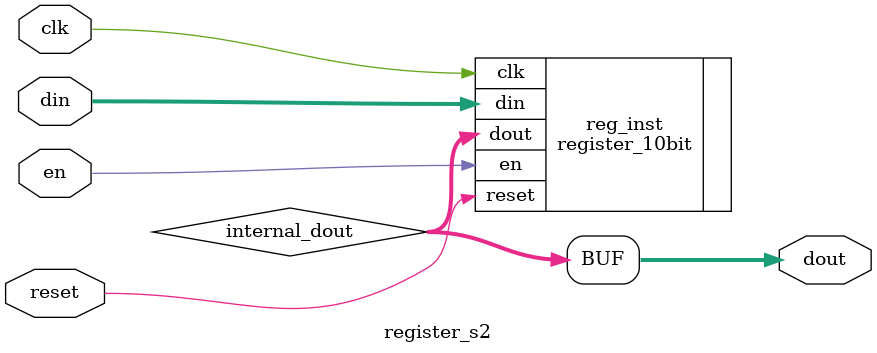
<source format=v>
`timescale 1 ns/1 ps
module register_s2(
    output wire [9:0] dout,
    input wire clk, reset, en,
    input wire [9:0] din );
    
    wire [9:0] internal_dout;
    
    register_10bit reg_inst(.clk(clk), .reset(reset), .en(en), .dout(internal_dout), .din(din));
    
    assign dout = internal_dout;
endmodule
</source>
